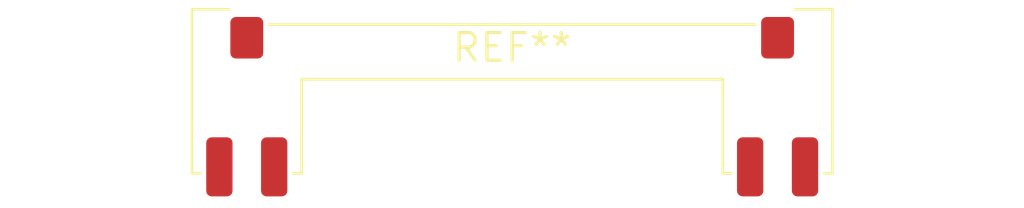
<source format=kicad_pcb>
(kicad_pcb (version 20240108) (generator pcbnew)
  (layers (0 "F.Cu" signal) (31 "B.Cu" signal) (34 "B.Paste" user) (35 "F.Paste" user) (36 "B.SilkS" user "B.Silkscreen") (37 "F.SilkS" user "F.Silkscreen") (38 "B.Mask" user) (39 "F.Mask" user) (44 "Edge.Cuts" user))
  (net 0 "")
  (footprint "JAE_MM60-EZH039-Bx_BUS_PCI_Express_Holder" (layer "F.Cu") (at 0 0)
    (property "Reference" "REF**")
    (property "Value" "JAE_MM60-EZH039-Bx_BUS_PCI_Express_Holder")
    (fp_line (start -14.6 -1.75) (end -12.9 -1.75) (layer "F.SilkS") (stroke (width 0.12)))
    (fp_line (start -14.6 5.75) (end -14.6 -1.75) (layer "F.SilkS") (stroke (width 0.12)))
    (fp_line (start -14.6 5.75) (end -14.21 5.75) (layer "F.SilkS") (stroke (width 0.12)))
    (fp_line (start -11.09 -1.05) (end 11.09 -1.05) (layer "F.SilkS") (stroke (width 0.12)))
    (fp_line (start -9.9898 5.7499) (end -9.5998 5.7499) (layer "F.SilkS") (stroke (width 0.12)))
    (fp_line (start -9.5998 1.45) (end 9.5998 1.45) (layer "F.SilkS") (stroke (width 0.12)))
    (fp_line (start -9.5998 5.7499) (end -9.5998 1.45) (layer "F.SilkS") (stroke (width 0.12)))
    (fp_line (start 9.5998 5.7499) (end 9.5998 1.45) (layer "F.SilkS") (stroke (width 0.12)))
    (fp_line (start 9.9898 5.7499) (end 9.5998 5.7499) (layer "F.SilkS") (stroke (width 0.12)))
    (fp_line (start 14.21 5.75) (end 14.6 5.75) (layer "F.SilkS") (stroke (width 0.12)))
    (fp_line (start 14.6 -1.75) (end 12.9 -1.75) (layer "F.SilkS") (stroke (width 0.12)))
    (fp_line (start 14.6 5.75) (end 14.6 -1.75) (layer "F.SilkS") (stroke (width 0.12)))
    (pad "" np_thru_hole circle (at -12.1 2.3) (size 1.55 1.55) (drill 1.55) (layers F&B.Cu *.Mask))
    (pad "" np_thru_hole circle (at 12.1 2.3) (size 1.05 1.05) (drill 1.05) (layers F&B.Cu *.Mask))
    (pad "MP" smd roundrect (at -13.35 5.45) (size 1.2 2.7) (layers "F.Cu" "F.Paste" "F.Mask") (roundrect_rratio 0.2083333333))
    (pad "MP" smd roundrect (at -12.1 -0.45) (size 1.5 1.9) (layers "F.Cu" "F.Paste" "F.Mask") (roundrect_rratio 0.1666666667))
    (pad "MP" smd roundrect (at -10.85 5.45) (size 1.2 2.7) (layers "F.Cu" "F.Paste" "F.Mask") (roundrect_rratio 0.2083333333))
    (pad "MP" smd roundrect (at 10.85 5.45) (size 1.2 2.7) (layers "F.Cu" "F.Paste" "F.Mask") (roundrect_rratio 0.2083333333))
    (pad "MP" smd roundrect (at 12.1 -0.45) (size 1.5 1.9) (layers "F.Cu" "F.Paste" "F.Mask") (roundrect_rratio 0.1666666667))
    (pad "MP" smd roundrect (at 13.35 5.45) (size 1.2 2.7) (layers "F.Cu" "F.Paste" "F.Mask") (roundrect_rratio 0.2083333333))
  )
)
</source>
